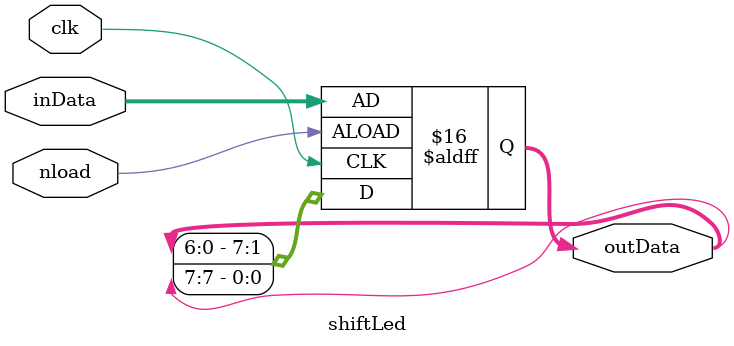
<source format=v>
module mod1HzClock(clk, nrst, clk_out);
	input				clk;		//时钟脉冲输入信号,clk应为50Hz时钟脉冲
	input				nrst;		//清零端,用于将计数器清空
	output			clk_out;	//输出变量，应该为1Hz的时钟脉冲	
	
	reg				clk_out;
	reg	[25:0]	counter;	//26位十进制计数器
	
	always@(posedge clk or negedge nrst) begin
		//当nrst为0时，计数器与时钟输出清零
		if(!nrst) begin
		counter <= 0;
		clk_out <= 0;
		end
		//counter计数满25兆时，clk_out翻转一次，同时counter置为0
		else if(counter == 24999999) begin
			counter <= 0;
			clk_out <= ~clk_out;
		end
		//上述条件均不满足的情况counter计数加一
		else
			counter <= counter + 1;
	end
endmodule


//主模块，可装载移位寄存器模块（左位移）
module shiftLed(clk, nload, inData, outData);
	input				clk;
	input				nload;	//装载信号,高电平有效
	input		[7:0]	inData;
	
	output	[7:0]	outData;
	reg		[7:0]	outData;
	
	always@(posedge clk or negedge nload) begin
	//always@(posedge clk_out or negedge nload) begin
		if(!nload) begin
			outData = inData;
		end
		else begin
			//outData <= {outData[6:0], outData[7]};
			outData = {outData[6:0], outData[7]};
		end
	end
	
	//例化模块1，产生1Hz脉冲时钟clk_out
	mod1HzClock u_mod1HzClock(.clk(clk), .nrst(nload), .clk_out(clk_out));
endmodule

</source>
